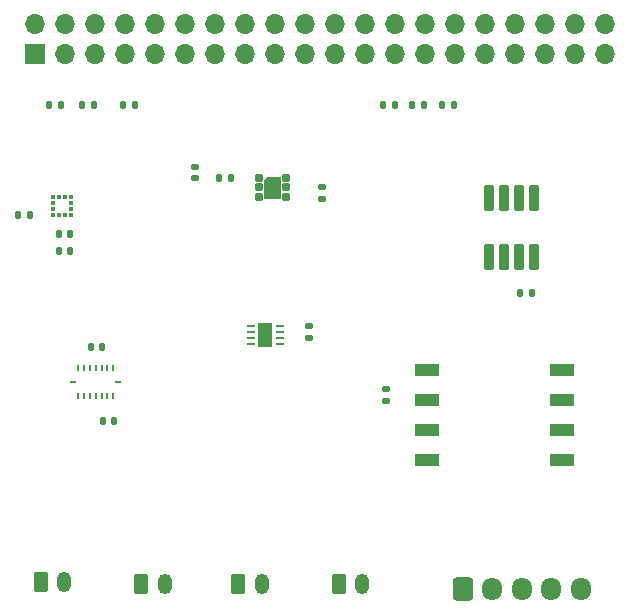
<source format=gts>
%TF.GenerationSoftware,KiCad,Pcbnew,8.0.2*%
%TF.CreationDate,2024-05-07T14:02:44-06:00*%
%TF.ProjectId,PCB_Project,5043425f-5072-46f6-9a65-63742e6b6963,rev?*%
%TF.SameCoordinates,Original*%
%TF.FileFunction,Soldermask,Top*%
%TF.FilePolarity,Negative*%
%FSLAX46Y46*%
G04 Gerber Fmt 4.6, Leading zero omitted, Abs format (unit mm)*
G04 Created by KiCad (PCBNEW 8.0.2) date 2024-05-07 14:02:44*
%MOMM*%
%LPD*%
G01*
G04 APERTURE LIST*
G04 Aperture macros list*
%AMRoundRect*
0 Rectangle with rounded corners*
0 $1 Rounding radius*
0 $2 $3 $4 $5 $6 $7 $8 $9 X,Y pos of 4 corners*
0 Add a 4 corners polygon primitive as box body*
4,1,4,$2,$3,$4,$5,$6,$7,$8,$9,$2,$3,0*
0 Add four circle primitives for the rounded corners*
1,1,$1+$1,$2,$3*
1,1,$1+$1,$4,$5*
1,1,$1+$1,$6,$7*
1,1,$1+$1,$8,$9*
0 Add four rect primitives between the rounded corners*
20,1,$1+$1,$2,$3,$4,$5,0*
20,1,$1+$1,$4,$5,$6,$7,0*
20,1,$1+$1,$6,$7,$8,$9,0*
20,1,$1+$1,$8,$9,$2,$3,0*%
G04 Aperture macros list end*
%ADD10C,0.010000*%
%ADD11R,1.700000X1.700000*%
%ADD12O,1.700000X1.700000*%
%ADD13RoundRect,0.250000X-0.350000X-0.625000X0.350000X-0.625000X0.350000X0.625000X-0.350000X0.625000X0*%
%ADD14O,1.200000X1.750000*%
%ADD15R,0.375000X0.350000*%
%ADD16R,0.350000X0.375000*%
%ADD17RoundRect,0.140000X0.140000X0.170000X-0.140000X0.170000X-0.140000X-0.170000X0.140000X-0.170000X0*%
%ADD18RoundRect,0.135000X-0.135000X-0.185000X0.135000X-0.185000X0.135000X0.185000X-0.135000X0.185000X0*%
%ADD19RoundRect,0.250000X-0.600000X-0.725000X0.600000X-0.725000X0.600000X0.725000X-0.600000X0.725000X0*%
%ADD20O,1.700000X1.950000*%
%ADD21RoundRect,0.140000X0.170000X-0.140000X0.170000X0.140000X-0.170000X0.140000X-0.170000X-0.140000X0*%
%ADD22RoundRect,0.140000X-0.140000X-0.170000X0.140000X-0.170000X0.140000X0.170000X-0.140000X0.170000X0*%
%ADD23R,0.762000X0.254000*%
%ADD24R,1.295400X2.006600*%
%ADD25RoundRect,0.102000X-0.275000X-0.200000X0.275000X-0.200000X0.275000X0.200000X-0.275000X0.200000X0*%
%ADD26RoundRect,0.135000X0.135000X0.185000X-0.135000X0.185000X-0.135000X-0.185000X0.135000X-0.185000X0*%
%ADD27R,2.030000X1.140000*%
%ADD28R,0.254000X0.482600*%
%ADD29R,0.482600X0.254000*%
%ADD30RoundRect,0.140000X-0.170000X0.140000X-0.170000X-0.140000X0.170000X-0.140000X0.170000X0.140000X0*%
%ADD31RoundRect,0.056280X-0.345720X1.030720X-0.345720X-1.030720X0.345720X-1.030720X0.345720X1.030720X0*%
G04 APERTURE END LIST*
D10*
%TO.C,U9*%
X138025000Y-74900000D02*
X136675000Y-74900000D01*
X136675000Y-73420000D01*
X136995000Y-73100000D01*
X138025000Y-73100000D01*
X138025000Y-74900000D01*
G36*
X138025000Y-74900000D02*
G01*
X136675000Y-74900000D01*
X136675000Y-73420000D01*
X136995000Y-73100000D01*
X138025000Y-73100000D01*
X138025000Y-74900000D01*
G37*
%TD*%
D11*
%TO.C,U4*%
X117240000Y-62740000D03*
D12*
X117240000Y-60200000D03*
X119780000Y-62740000D03*
X119780000Y-60200000D03*
X122320000Y-62740000D03*
X122320000Y-60200000D03*
X124860000Y-62740000D03*
X124860000Y-60200000D03*
X127400000Y-62740000D03*
X127400000Y-60200000D03*
X129940000Y-62740000D03*
X129940000Y-60200000D03*
X132480000Y-62740000D03*
X132480000Y-60200000D03*
X135020000Y-62740000D03*
X135020000Y-60200000D03*
X137560000Y-62740000D03*
X137560000Y-60200000D03*
X140100000Y-62740000D03*
X140100000Y-60200000D03*
X142640000Y-62740000D03*
X142640000Y-60200000D03*
X145180000Y-62740000D03*
X145180000Y-60200000D03*
X147720000Y-62740000D03*
X147720000Y-60200000D03*
X150260000Y-62740000D03*
X150260000Y-60200000D03*
X152800000Y-62740000D03*
X152800000Y-60200000D03*
X155340000Y-62740000D03*
X155340000Y-60200000D03*
X157880000Y-62740000D03*
X157880000Y-60200000D03*
X160420000Y-62740000D03*
X160420000Y-60200000D03*
X162960000Y-62740000D03*
X162960000Y-60200000D03*
X165500000Y-62740000D03*
X165500000Y-60200000D03*
%TD*%
D13*
%TO.C,J4*%
X134500000Y-107550000D03*
D14*
X136500000Y-107550000D03*
%TD*%
D15*
%TO.C,U12*%
X118837500Y-74850000D03*
X118837500Y-75350000D03*
X118837500Y-75850000D03*
X118837500Y-76350000D03*
D16*
X119350000Y-76362500D03*
X119850000Y-76362500D03*
D15*
X120362500Y-76350000D03*
X120362500Y-75850000D03*
X120362500Y-75350000D03*
X120362500Y-74850000D03*
D16*
X119850000Y-74837500D03*
X119350000Y-74837500D03*
%TD*%
D13*
%TO.C,J5*%
X143000000Y-107550000D03*
D14*
X145000000Y-107550000D03*
%TD*%
D17*
%TO.C,C10*%
X116822500Y-76350000D03*
X115862500Y-76350000D03*
%TD*%
D18*
%TO.C,R3*%
X133860000Y-73250000D03*
X132840000Y-73250000D03*
%TD*%
D19*
%TO.C,J2*%
X153500000Y-108000000D03*
D20*
X156000000Y-108000000D03*
X158500000Y-108000000D03*
X161000000Y-108000000D03*
X163500000Y-108000000D03*
%TD*%
D21*
%TO.C,C8*%
X141600000Y-74000000D03*
X141600000Y-74960000D03*
%TD*%
%TO.C,C14*%
X140500000Y-86730000D03*
X140500000Y-85770000D03*
%TD*%
D18*
%TO.C,R8*%
X150250000Y-67000000D03*
X149230000Y-67000000D03*
%TD*%
D22*
%TO.C,C11*%
X120280000Y-79400000D03*
X119320000Y-79400000D03*
%TD*%
D13*
%TO.C,J6*%
X117750000Y-107450000D03*
D14*
X119750000Y-107450000D03*
%TD*%
D23*
%TO.C,U10*%
X135561600Y-85749999D03*
X135561600Y-86250000D03*
X135561600Y-86750000D03*
X135561600Y-87250001D03*
X138000000Y-87250001D03*
X138000000Y-86750000D03*
X138000000Y-86250000D03*
X138000000Y-85749999D03*
D24*
X136780800Y-86500000D03*
%TD*%
D22*
%TO.C,C4*%
X123040000Y-93750000D03*
X124000000Y-93750000D03*
%TD*%
D18*
%TO.C,R5*%
X121240000Y-67000000D03*
X122260000Y-67000000D03*
%TD*%
D25*
%TO.C,U9*%
X138500000Y-73200000D03*
X138500000Y-74000000D03*
X138500000Y-74800000D03*
X136200000Y-74800000D03*
X136200000Y-74000000D03*
X136200000Y-73200000D03*
%TD*%
D18*
%TO.C,R4*%
X119510000Y-67000000D03*
X118490000Y-67000000D03*
%TD*%
D13*
%TO.C,J3*%
X126250000Y-107550000D03*
D14*
X128250000Y-107550000D03*
%TD*%
D21*
%TO.C,C9*%
X130850000Y-72270000D03*
X130850000Y-73230000D03*
%TD*%
D26*
%TO.C,R2*%
X125760000Y-67000000D03*
X124740000Y-67000000D03*
%TD*%
D18*
%TO.C,R9*%
X147760000Y-67000000D03*
X146740000Y-67000000D03*
%TD*%
%TO.C,R1*%
X152760000Y-67000000D03*
X151740000Y-67000000D03*
%TD*%
D27*
%TO.C,U8*%
X161930000Y-89460000D03*
X161930000Y-92000000D03*
X161930000Y-94540000D03*
X161930000Y-97080000D03*
X150500000Y-97080000D03*
X150500000Y-94540000D03*
X150500000Y-92000000D03*
X150500000Y-89460000D03*
%TD*%
D28*
%TO.C,U2*%
X120911300Y-89344300D03*
X121411299Y-89344300D03*
X121911301Y-89344300D03*
X122411300Y-89344300D03*
X122911299Y-89344300D03*
X123411301Y-89344300D03*
X123911300Y-89344300D03*
D29*
X124322600Y-90500000D03*
D28*
X123911300Y-91655700D03*
X123411301Y-91655700D03*
X122911299Y-91655700D03*
X122411300Y-91655700D03*
X121911301Y-91655700D03*
X121411299Y-91655700D03*
X120911300Y-91655700D03*
D29*
X120500000Y-90500000D03*
%TD*%
D22*
%TO.C,C5*%
X122000000Y-87500000D03*
X122960000Y-87500000D03*
%TD*%
D30*
%TO.C,C15*%
X147000000Y-92080000D03*
X147000000Y-91120000D03*
%TD*%
D22*
%TO.C,C12*%
X120280000Y-78000000D03*
X119320000Y-78000000D03*
%TD*%
D17*
%TO.C,C13*%
X159330000Y-82925000D03*
X158370000Y-82925000D03*
%TD*%
D31*
%TO.C,U11*%
X159505000Y-79875000D03*
X158235000Y-79875000D03*
X156965000Y-79875000D03*
X155695000Y-79875000D03*
X155695000Y-74925000D03*
X156965000Y-74925000D03*
X158235000Y-74925000D03*
X159505000Y-74925000D03*
%TD*%
M02*

</source>
